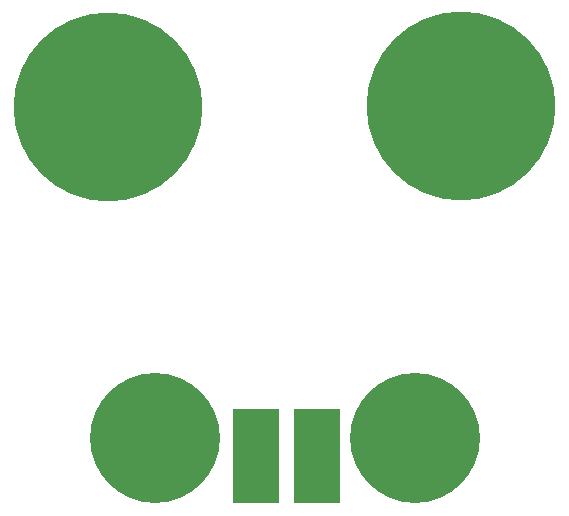
<source format=gbr>
%TF.GenerationSoftware,KiCad,Pcbnew,5.1.7-a382d34a8~88~ubuntu16.04.1*%
%TF.CreationDate,2021-09-09T22:43:01+02:00*%
%TF.ProjectId,korad_kel103_converter,6b6f7261-645f-46b6-956c-3130335f636f,rev?*%
%TF.SameCoordinates,Original*%
%TF.FileFunction,Soldermask,Top*%
%TF.FilePolarity,Negative*%
%FSLAX46Y46*%
G04 Gerber Fmt 4.6, Leading zero omitted, Abs format (unit mm)*
G04 Created by KiCad (PCBNEW 5.1.7-a382d34a8~88~ubuntu16.04.1) date 2021-09-09 22:43:01*
%MOMM*%
%LPD*%
G01*
G04 APERTURE LIST*
%ADD10R,4.000000X8.000000*%
%ADD11C,0.900000*%
%ADD12C,11.000000*%
%ADD13C,16.000000*%
G04 APERTURE END LIST*
D10*
%TO.C,J5*%
X139700000Y-93550000D03*
%TD*%
%TO.C,J6*%
X134500000Y-93550000D03*
%TD*%
D11*
%TO.C,J4*%
X144818019Y-88818019D03*
X143500000Y-92000000D03*
X144818019Y-95181981D03*
X148000000Y-96500000D03*
X151181981Y-95181981D03*
X152500000Y-92000000D03*
X151181981Y-88818019D03*
X148000000Y-87500000D03*
D12*
X148000000Y-92000000D03*
%TD*%
D11*
%TO.C,J3*%
X122818019Y-88818019D03*
X121500000Y-92000000D03*
X122818019Y-95181981D03*
X126000000Y-96500000D03*
X129181981Y-95181981D03*
X130500000Y-92000000D03*
X129181981Y-88818019D03*
X126000000Y-87500000D03*
D12*
X126000000Y-92000000D03*
%TD*%
D13*
%TO.C,J2*%
X151900000Y-63900000D03*
%TD*%
%TO.C,J1*%
X122000000Y-64000000D03*
%TD*%
M02*

</source>
